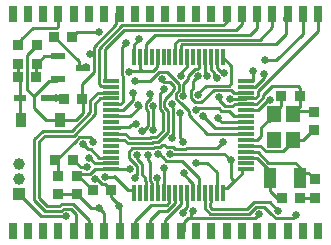
<source format=gtl>
G04*
G04 #@! TF.GenerationSoftware,Altium Limited,Altium Designer,20.0.2 (26)*
G04*
G04 Layer_Physical_Order=1*
G04 Layer_Color=255*
%FSLAX25Y25*%
%MOIN*%
G70*
G01*
G75*
%ADD11C,0.01000*%
%ADD26R,0.03347X0.03347*%
%ADD27R,0.03347X0.03347*%
%ADD28R,0.05118X0.02362*%
%ADD29R,0.04272X0.02165*%
%ADD30R,0.03583X0.04803*%
%ADD31R,0.03937X0.07087*%
%ADD32R,0.04724X0.05512*%
%ADD33R,0.05807X0.01181*%
%ADD34R,0.01181X0.05807*%
%ADD35C,0.03937*%
%ADD36R,0.03937X0.03937*%
%ADD37R,0.03150X0.05512*%
%ADD38C,0.02520*%
D11*
X27087Y28361D02*
X28164D01*
X25370Y30078D02*
X27087Y28361D01*
X29001Y62447D02*
X36556Y70002D01*
Y73728D01*
X58752Y20310D02*
X61199Y17863D01*
X37623Y0D02*
Y9527D01*
X34827Y12323D02*
X37623Y9527D01*
X50220Y13950D02*
Y18713D01*
X54943Y32005D02*
X55290Y32351D01*
X40655Y14709D02*
X42436D01*
X69182Y52418D02*
X69943Y51657D01*
X23492Y19772D02*
X23756D01*
X48847Y54496D02*
X50220Y55869D01*
X51642Y51689D02*
X52198D01*
X51642D02*
X52469Y50861D01*
X53478Y54110D02*
X55534Y52053D01*
X50723Y54110D02*
X53478D01*
X58198Y52690D02*
Y53396D01*
X60594Y52915D02*
X62716Y55037D01*
X60594Y51749D02*
Y52915D01*
X59175Y50330D02*
X60594Y51749D01*
X62194Y51178D02*
X63690Y52674D01*
X62194Y48737D02*
Y51178D01*
X47641Y51028D02*
X50723Y54110D01*
X55534Y52015D02*
Y52053D01*
X57894Y53700D02*
X58198Y53396D01*
X59158Y50330D02*
X59175D01*
X61275Y47818D02*
X62194Y48737D01*
X45257Y33746D02*
X45730Y34220D01*
X43521Y24988D02*
Y27042D01*
X64923Y43994D02*
X68962Y48032D01*
X62657Y43994D02*
X64923D01*
X69434Y35466D02*
X79791D01*
X66889Y33497D02*
X79791D01*
X60663Y39723D02*
X66889Y33497D01*
X60663Y39723D02*
Y41159D01*
X70893Y48036D02*
X74919D01*
X75678Y47277D01*
X66353Y49632D02*
X70227D01*
X63451Y46730D02*
X66353Y49632D01*
X74186Y49636D02*
X74860Y50310D01*
X70231Y49636D02*
X74186D01*
X70890Y48032D02*
X70893Y48036D01*
X68962Y48032D02*
X70890D01*
X70227Y49632D02*
X70231Y49636D01*
X70802Y44702D02*
Y45673D01*
X69942Y51922D02*
Y51996D01*
Y51922D02*
X69943Y51921D01*
X71800Y53850D02*
X72500D01*
X74860Y50310D02*
Y56145D01*
X69942Y51921D02*
X69943Y51921D01*
X66239Y52938D02*
X66822D01*
X64090Y55543D02*
Y59041D01*
X63584Y55037D02*
X64090Y55543D01*
X62716Y55037D02*
X63584D01*
X63256Y52674D02*
X63690D01*
X55534Y52015D02*
X57272Y50276D01*
X63635Y46354D02*
Y46546D01*
X61275Y45377D02*
X62657Y43994D01*
X63023Y41634D02*
Y41853D01*
X65350Y39550D02*
X69434Y35466D01*
X58099Y43722D02*
X60663Y41159D01*
X57650Y32246D02*
Y40450D01*
X55290Y32351D02*
Y42116D01*
X53690Y33986D02*
Y41287D01*
X52599Y42378D02*
X53690Y41287D01*
X50999Y41715D02*
X52050Y40665D01*
Y34613D02*
Y40665D01*
X68110Y54988D02*
X69182Y53915D01*
X68110Y54988D02*
Y58958D01*
X61275Y45377D02*
Y47818D01*
X58915Y46082D02*
Y50086D01*
X57272Y47777D02*
Y50276D01*
X56555Y47060D02*
X57272Y47777D01*
X56555Y45105D02*
Y47060D01*
Y45105D02*
X57937Y43722D01*
X54959Y42447D02*
Y43356D01*
X52599Y42378D02*
Y44333D01*
X50999Y41715D02*
Y44996D01*
X48639Y42800D02*
X48722D01*
X46279Y43778D02*
X47662Y45160D01*
X46279Y41823D02*
Y43778D01*
Y41823D02*
X46990Y41112D01*
Y36240D02*
Y41112D01*
X43919Y43198D02*
X44252D01*
X42146Y44762D02*
Y47213D01*
X41559Y44176D02*
X42146Y44762D01*
X41559Y44109D02*
Y44176D01*
X38821Y41371D02*
X41559Y44109D01*
X41153Y39403D02*
X44600Y42850D01*
X44252Y43198D02*
X44600Y42850D01*
X52682Y45089D02*
X54955Y47362D01*
Y47723D01*
X55672Y48439D01*
Y49479D01*
X54290Y50861D02*
X55672Y49479D01*
X52595Y48340D02*
Y48501D01*
X47875Y45648D02*
Y46847D01*
X75678Y47277D02*
X79791D01*
X70086Y55564D02*
X71800Y53850D01*
X70086Y55564D02*
Y58950D01*
X69942Y51921D02*
X69943Y51920D01*
X63023Y41853D02*
X63310Y42140D01*
X47875Y45648D02*
X48037Y45487D01*
X51082Y46827D02*
X52595Y48340D01*
X47710Y45160D02*
X48037Y45487D01*
X47662Y45160D02*
X47710D01*
X48722Y42800D02*
X48850Y42672D01*
X51082Y45752D02*
Y46827D01*
Y45079D02*
Y45752D01*
X50999Y44996D02*
X51082Y45079D01*
X52599Y44333D02*
X52682Y44416D01*
Y45089D01*
X57937Y43722D02*
X58099D01*
X58915Y50086D02*
X59158Y50330D01*
X54959Y42447D02*
X55290Y42116D01*
X48850Y34750D02*
Y42672D01*
X66141Y53035D02*
Y58957D01*
Y53035D02*
X66239Y52938D01*
X52469Y50861D02*
X54290D01*
X69182Y52418D02*
Y53915D01*
X60153Y55959D02*
Y59041D01*
X57894Y53700D02*
X60153Y55959D01*
X69943Y51657D02*
Y51920D01*
X43100Y36700D02*
Y36850D01*
X74400Y45218D02*
X79700D01*
X75378Y42858D02*
X75859Y43340D01*
X79791D01*
X63451Y46730D02*
X63635Y46546D01*
X70800Y44700D02*
X70802Y44702D01*
X63059Y52871D02*
X63256Y52674D01*
X89659Y5319D02*
X95319D01*
X88223Y6755D02*
X89659Y5319D01*
X88223Y6755D02*
Y6761D01*
X85735Y9250D02*
X88223Y6761D01*
X83215Y9250D02*
X85735D01*
X87623Y10850D02*
X90583Y7890D01*
X82553Y10850D02*
X87623D01*
X42572Y18955D02*
X43521Y19905D01*
X98758Y66904D02*
Y74803D01*
X89866Y58012D02*
X98758Y66904D01*
X86055Y58012D02*
X89866D01*
X103851Y67866D02*
Y74803D01*
X83794Y47809D02*
X103851Y67866D01*
X23492Y13445D02*
X28023Y8914D01*
X30784D01*
X30826Y8956D01*
X32530Y0D02*
Y7252D01*
X30826Y8956D02*
X32530Y7252D01*
X42572Y18955D02*
X42785D01*
X45121Y19956D02*
Y23388D01*
Y19956D02*
X46058Y19019D01*
X41364Y36325D02*
X43475D01*
X40783Y35744D02*
X41364Y36325D01*
X37855Y35744D02*
X40783D01*
X34609Y39403D02*
X41153D01*
X47185Y24933D02*
Y26583D01*
X46208Y28943D02*
X49093D01*
X45970Y28705D02*
X46208Y28943D01*
X44593Y28705D02*
X45970D01*
X46582Y30546D02*
X46630Y30594D01*
X45497Y30546D02*
X46582D01*
X45919Y32146D02*
X45968Y32194D01*
X41086Y32146D02*
X45919D01*
X45121Y33882D02*
X45257Y33746D01*
X52378Y19908D02*
X52596Y19690D01*
X52378Y19908D02*
Y22013D01*
X34700Y31619D02*
X39058D01*
X40277Y30400D01*
X41603D01*
X41742Y30539D01*
X45490D01*
X45497Y30546D01*
X42404Y28939D02*
X44359D01*
X42108Y28642D02*
X42404Y28939D01*
X44359D02*
X44593Y28705D01*
X43382Y26579D02*
Y27015D01*
X40940Y32000D02*
X41086Y32146D01*
X45350Y34600D02*
X45730Y34220D01*
X45350Y34600D02*
X46990Y36240D01*
X39443Y33497D02*
X40940Y32000D01*
X34609Y33497D02*
X39443D01*
X43521Y19905D02*
Y22726D01*
X46058Y17902D02*
Y19019D01*
X27740Y32438D02*
X28606Y31571D01*
X23033Y31295D02*
X24176Y32438D01*
X27740D01*
X16414Y24676D02*
X23033Y31295D01*
X16414Y24676D02*
X16943Y24147D01*
X28164Y28361D02*
X30902Y25623D01*
X28606Y30720D02*
Y31571D01*
X41100Y21686D02*
X41161Y21748D01*
X45968Y32194D02*
X46194D01*
X45216Y33977D02*
Y34554D01*
X41913Y28642D02*
X42108D01*
X40697Y25550D02*
X43521Y22726D01*
Y24988D02*
X45121Y23388D01*
X40697Y27426D02*
X41913Y28642D01*
X46194Y32194D02*
X47819D01*
X46194Y32194D02*
X46194Y32194D01*
X43100Y36700D02*
X43475Y36325D01*
X40697Y25550D02*
Y27426D01*
X32653Y19236D02*
X35710D01*
X51667Y29701D02*
X52787D01*
X51059Y29093D02*
X51667Y29701D01*
X49243Y29093D02*
X51059D01*
X49093Y28943D02*
X49243Y29093D01*
X52787Y29701D02*
X53206Y29282D01*
X52595Y17734D02*
X52596Y17735D01*
X52595Y17682D02*
Y17734D01*
X52378Y17466D02*
X52595Y17682D01*
X52378Y16851D02*
Y17466D01*
X46058Y17902D02*
X46275Y17685D01*
Y17020D02*
Y17685D01*
Y17020D02*
X46276Y17018D01*
Y13956D02*
Y17018D01*
X47658Y18565D02*
X47875Y18348D01*
Y17682D02*
Y18348D01*
Y17682D02*
X48342Y17216D01*
Y13859D02*
Y17216D01*
X46856Y30594D02*
X48481D01*
X46856Y30594D02*
X46856Y30594D01*
X46630Y30594D02*
X46856D01*
X45121Y33882D02*
X45216Y33977D01*
X47819Y32194D02*
X48015Y32390D01*
X48481Y30594D02*
X48677Y30790D01*
X43382Y27015D02*
X43409Y27042D01*
X43521D01*
X59886Y28799D02*
X70138D01*
X59627Y28540D02*
X59886Y28799D01*
X56087Y28540D02*
X59627D01*
X55345Y29282D02*
X56087Y28540D01*
X53206Y29282D02*
X55345D01*
X70138Y28799D02*
X72173Y30835D01*
X48677Y30790D02*
X50494D01*
X53690Y33986D01*
X54943Y32005D02*
X55046D01*
X49828Y32390D02*
X52050Y34613D01*
X50566Y26733D02*
X50913D01*
X50931Y26750D01*
X47185Y24933D02*
X47813Y24305D01*
X46276Y13956D02*
X46373Y13859D01*
X52596Y17735D02*
Y19690D01*
X47813Y20675D02*
Y24305D01*
X47658Y20520D02*
X47813Y20675D01*
X71640Y37434D02*
X79791D01*
X70555Y38519D02*
X71640Y37434D01*
X63310Y42140D02*
X70709D01*
X71599Y41250D01*
X74137D01*
X70555Y38519D02*
Y38957D01*
X29533Y18477D02*
X30075D01*
X27722Y20002D02*
X29405Y21686D01*
X23723Y20002D02*
X27722D01*
X23492Y19772D02*
X23723Y20002D01*
X23756Y19772D02*
X28591Y14937D01*
X24650Y22362D02*
X26744D01*
X30075Y18477D02*
X31676Y16876D01*
X22063Y24949D02*
X24650Y22362D01*
X27941Y15709D02*
X28724Y14925D01*
X29405Y21686D02*
X34609D01*
X30902Y25623D02*
X34609D01*
X29456Y23655D02*
X34609D01*
X27541Y25571D02*
X29456Y23655D01*
X32876Y16876D02*
X34827Y14925D01*
X31676Y16876D02*
X32876D01*
X16943Y19547D02*
Y24147D01*
X34827Y12323D02*
Y14925D01*
X21711Y34498D02*
X27924Y40712D01*
X29524Y40049D02*
Y43624D01*
X22370Y32895D02*
X29524Y40049D01*
X11939Y34498D02*
X21711D01*
X22370Y32895D02*
Y32898D01*
X12602D02*
X22370D01*
X10757Y31054D02*
X12602Y32898D01*
X10757Y12231D02*
Y31054D01*
X9157Y31716D02*
X11939Y34498D01*
X9157Y11516D02*
Y31716D01*
X16943Y13445D02*
X23492D01*
X21983Y10133D02*
X27436Y4680D01*
X18277Y10133D02*
X21983D01*
X17551Y9407D02*
X18277Y10133D01*
X13581Y9407D02*
X17551D01*
X10757Y12231D02*
X13581Y9407D01*
X21320Y8533D02*
X23098Y6755D01*
X18940Y8533D02*
X21320D01*
X18214Y7807D02*
X18940Y8533D01*
X12866Y7807D02*
X18214D01*
X9157Y11516D02*
X12866Y7807D01*
X4189Y13354D02*
X11370Y6173D01*
X19917D01*
X27924Y40712D02*
Y44924D01*
X35710Y19236D02*
X35860Y19386D01*
X40596Y14650D01*
X96632Y41263D02*
X102400D01*
X29001Y60248D02*
Y62447D01*
Y54078D02*
Y60248D01*
X13173Y38000D02*
X17737D01*
X96949Y49394D02*
X97602Y48740D01*
X88344Y49394D02*
X96949D01*
X85394Y46444D02*
X88344Y49394D01*
X97602Y46100D02*
Y48740D01*
X77309Y71366D02*
Y75878D01*
X78384Y70041D02*
Y72441D01*
X76509Y68166D02*
X78384Y70041D01*
X39246Y68166D02*
X76509D01*
X32752Y61673D02*
X39246Y68166D01*
X38583Y69766D02*
X72116D01*
X30601Y61784D02*
X38583Y69766D01*
X72116D02*
X73290Y70940D01*
X83477Y68954D02*
Y74803D01*
X81090Y66566D02*
X83477Y68954D01*
X49516Y66566D02*
X81090D01*
X93127Y66706D02*
Y71904D01*
X89788Y63366D02*
X93127Y66706D01*
X58466Y63366D02*
X89788D01*
X88571Y69146D02*
Y72441D01*
X84391Y64966D02*
X88571Y69146D01*
X57266Y64966D02*
X84391D01*
X27847Y60248D02*
X29001D01*
X30601Y50172D02*
Y61784D01*
X38294Y62394D02*
X39850Y63950D01*
X38294Y53058D02*
Y62394D01*
Y53058D02*
X38642Y52710D01*
Y44291D02*
Y52710D01*
X41486Y54496D02*
X44991D01*
X59075Y1075D02*
Y4052D01*
X60335Y5312D02*
X61496D01*
X59075Y4052D02*
X60335Y5312D01*
X52906Y4818D02*
X58139Y10052D01*
X58766Y7080D02*
Y7706D01*
X60153Y9093D02*
Y13859D01*
X58766Y7706D02*
X60153Y9093D01*
X23098Y756D02*
Y6755D01*
X22343Y0D02*
X23098Y756D01*
X27436Y2362D02*
Y4680D01*
X42803Y51028D02*
X47641D01*
X44991Y54496D02*
X48847D01*
X37691Y43340D02*
X38642Y44291D01*
X32752Y51342D02*
X32807Y51287D01*
X31438Y49336D02*
X34519D01*
X30601Y50172D02*
X31438Y49336D01*
X32752Y51342D02*
Y61673D01*
X36556Y73728D02*
X37630Y74803D01*
X25151Y45200D02*
Y50228D01*
X29001Y54078D01*
X15799Y65900D02*
X23963Y57736D01*
X52906Y0D02*
Y4818D01*
X69995Y13859D02*
Y20753D01*
X66839Y23910D02*
X69995Y20753D01*
X62933Y23910D02*
X66839D01*
X54368Y26922D02*
X72357D01*
X74630Y24650D01*
X64090Y13859D02*
Y18871D01*
X53117Y24562D02*
X58399D01*
X64090Y18871D01*
X58752Y20310D02*
X59033Y20590D01*
X62121Y13859D02*
Y16941D01*
X61199Y17863D02*
X62121Y16941D01*
X51979Y25700D02*
X53117Y24562D01*
X61496Y5312D02*
X82615D01*
X61496D02*
Y7098D01*
X62252Y7854D01*
X90583Y7732D02*
Y7890D01*
X95319Y5319D02*
X96550Y6550D01*
X50931Y26750D02*
X51979Y25702D01*
X48015Y32390D02*
X49828D01*
X57650Y32246D02*
X58650Y31246D01*
X47658Y18565D02*
Y20520D01*
X69943Y51657D02*
X70246Y51354D01*
X51979Y25700D02*
Y25702D01*
X34609Y21686D02*
X41100D01*
X21901Y65900D02*
X23592Y67590D01*
X30807D01*
X50220Y55869D02*
Y58950D01*
X42436Y59041D02*
Y63227D01*
X44193Y64984D01*
X44405Y55082D02*
Y59041D01*
Y55082D02*
X44991Y54496D01*
X50220Y58950D02*
X50310Y59041D01*
X6878Y48094D02*
X8949Y46024D01*
X6878Y59854D02*
X10075Y63052D01*
X6878Y48094D02*
Y59854D01*
X8949Y42224D02*
Y46024D01*
Y42224D02*
X13173Y38000D01*
X16319Y51219D02*
X17000Y51900D01*
X14144Y51219D02*
X16319D01*
X8949Y46024D02*
X14144Y51219D01*
X74630Y18820D02*
Y24650D01*
Y18820D02*
X75677Y17773D01*
X75894Y39493D02*
X79700D01*
X74137Y41250D02*
X75894Y39493D01*
X80215Y8512D02*
X82553Y10850D01*
X68542Y8512D02*
X80215D01*
X67749Y9305D02*
X68542Y8512D01*
X67749Y9305D02*
Y10500D01*
X68130Y10882D01*
X80878Y6912D02*
X83215Y9250D01*
X67879Y6912D02*
X80878D01*
X66149Y8643D02*
X67879Y6912D01*
X66149Y8643D02*
Y13769D01*
X82615Y5312D02*
X84193Y6890D01*
X68130Y10882D02*
Y13756D01*
X68027Y13859D02*
X68130Y13756D01*
X56193Y10461D02*
X56216D01*
X53540Y7808D02*
X56193Y10461D01*
X50708Y7808D02*
X53540D01*
X54247Y10778D02*
Y13859D01*
X53325Y9856D02*
X54247Y10778D01*
X48156Y9856D02*
X53325D01*
X47811Y4911D02*
X50708Y7808D01*
X58000Y0D02*
X59075Y1075D01*
X56216Y10461D02*
Y13859D01*
X95550Y40574D02*
X97602Y42627D01*
X71964Y59041D02*
X74860Y56145D01*
X70800Y44700D02*
X72642Y42858D01*
X75378D01*
X75877Y17773D02*
X78286Y20181D01*
X73469Y15364D02*
X75877Y17773D01*
X75677D02*
X75877D01*
X79881Y49155D02*
X82877D01*
X79791Y49245D02*
X79881Y49155D01*
X82877D02*
X85850Y52127D01*
X79791Y45308D02*
X79836Y45353D01*
X82917D01*
X79836Y43385D02*
X79881Y43430D01*
X79791Y43340D02*
X79836Y43385D01*
X83211D01*
X82917Y45353D02*
X83794Y46231D01*
Y47809D01*
X87300Y44900D02*
X87800D01*
X86437Y44037D02*
X87300Y44900D01*
X85394Y45568D02*
Y46444D01*
X83211Y43385D02*
X85394Y45568D01*
X86433Y44037D02*
X86437D01*
X85788Y43392D02*
X86433Y44037D01*
X85788Y43388D02*
Y43392D01*
X83862Y41462D02*
X85788Y43388D01*
X79881Y41462D02*
X83862D01*
X85850Y52127D02*
Y53350D01*
X82050Y51449D02*
X82194Y51304D01*
X82050Y51449D02*
Y54450D01*
X79700Y45218D02*
X79791Y45308D01*
X68027Y59041D02*
X68110Y58958D01*
X69995Y59041D02*
X70086Y58950D01*
X71964Y13859D02*
Y15274D01*
X72054Y15364D01*
X73469D01*
X78286Y20181D02*
Y21596D01*
X78376Y21686D01*
X79791D01*
X16513Y45200D02*
X19049D01*
X16431Y45118D02*
X16513Y45200D01*
X13446Y45450D02*
X16431D01*
X13338Y45343D02*
X13446Y45450D01*
X16431Y45118D02*
Y45450D01*
X58650Y30900D02*
Y31246D01*
X37487Y35375D02*
X37855Y35744D01*
X87779Y18900D02*
Y21100D01*
Y14521D02*
Y18900D01*
X90150Y12150D02*
X91850D01*
X87779Y14521D02*
X90150Y12150D01*
X34609Y41371D02*
X38821D01*
X52188Y16661D02*
X52378Y16851D01*
X52188Y13950D02*
X52279Y13859D01*
X52188Y13950D02*
Y16661D01*
X50220Y13950D02*
X50310Y13859D01*
X58139Y10052D02*
Y13814D01*
X47811Y0D02*
Y4911D01*
X58139Y13814D02*
X58184Y13859D01*
X58094Y13769D02*
X58139Y13814D01*
X42717Y4417D02*
X48156Y9856D01*
X42717Y0D02*
Y4417D01*
X91500Y42824D02*
Y46100D01*
X89250Y40574D02*
X91500Y42824D01*
X79791Y41371D02*
X79881Y41462D01*
X66058Y13859D02*
X66149Y13769D01*
X34609Y43340D02*
X37691D01*
X46373Y63423D02*
X49516Y66566D01*
X46373Y59041D02*
Y63423D01*
X40596Y14650D02*
X40655Y14709D01*
X42436Y13859D02*
Y14709D01*
X24644Y55640D02*
X25268D01*
X84750Y35680D02*
X86994Y37925D01*
X84750Y32750D02*
Y35680D01*
X30277Y47277D02*
X34609D01*
X27924Y44924D02*
X30277Y47277D01*
X31208Y45308D02*
X34609D01*
X29524Y43624D02*
X31208Y45308D01*
X66058Y59041D02*
X66141Y58957D01*
X34609Y31529D02*
X34700Y31619D01*
X23963Y56321D02*
X24644Y55640D01*
X23963Y56321D02*
Y57736D01*
X25151Y45200D02*
X25450Y44901D01*
Y40500D02*
Y44901D01*
X17737Y38000D02*
X22950D01*
X25450Y40500D01*
X4362Y38501D02*
Y45343D01*
Y38501D02*
X4863Y38000D01*
X10075Y56949D02*
X12506Y59380D01*
X17000D01*
X9901Y52400D02*
Y56775D01*
X10075Y56949D01*
X3799Y52400D02*
X4362Y51837D01*
Y45343D02*
Y51837D01*
X3675Y52524D02*
Y56949D01*
Y52524D02*
X3799Y52400D01*
X8650Y68850D02*
X16666D01*
X17252Y69436D02*
Y74803D01*
X16666Y68850D02*
X17252Y69436D01*
X4848Y65048D02*
X8650Y68850D01*
X3675Y63052D02*
X4848Y64225D01*
Y65048D01*
X26361Y1287D02*
X27436Y2362D01*
X26361Y1287D02*
X26361Y3437D01*
X27436Y2362D01*
Y0D02*
Y2362D01*
X100550Y20552D02*
X102750Y18352D01*
X83438Y31438D02*
X84750Y32750D01*
X79881Y31438D02*
X83438D01*
X95550Y31126D02*
Y31519D01*
X92087Y27663D02*
X95550Y31126D01*
X86433Y27663D02*
X92087D01*
X84536Y29560D02*
X86433Y27663D01*
X79791Y29560D02*
X84536D01*
X87225Y23917D02*
X96153D01*
X83828Y27314D02*
X87225Y23917D01*
X80069Y27314D02*
X83828D01*
X82780Y25400D02*
X83479D01*
X79791Y27592D02*
X80069Y27314D01*
X79791Y31529D02*
X79881Y31438D01*
X89250Y39787D02*
Y40181D01*
X87388Y37925D02*
X89250Y39787D01*
X86994Y37925D02*
X87388D01*
X89250Y40181D02*
Y40574D01*
X97602Y42627D02*
Y46100D01*
X95550Y40181D02*
Y40574D01*
Y40181D02*
X96632Y41263D01*
X95550Y31519D02*
X95617Y31587D01*
X98826D01*
X102400Y35161D01*
X79791Y25623D02*
X79881Y25533D01*
X82647D01*
X82780Y25400D01*
X83479D02*
X87779Y21100D01*
X97621D02*
Y22448D01*
X96153Y23917D02*
X97621Y22448D01*
X97917Y12250D02*
X102750D01*
X98169Y20552D02*
X100550D01*
X97621Y21100D02*
X98169Y20552D01*
X73290Y70940D02*
Y74803D01*
X78384Y72441D02*
Y74803D01*
X77309Y75878D02*
X78384Y74803D01*
X87496Y73516D02*
X88571Y72441D01*
X87496Y71366D02*
X87496Y73516D01*
X92590Y72441D02*
X93127Y71904D01*
X93664Y72441D01*
X92590Y71366D02*
X93127Y71904D01*
X92590Y72441D02*
X92590Y71366D01*
X79791Y51214D02*
X82104D01*
X82194Y51304D01*
X34609Y35466D02*
X34700Y35375D01*
X37487D01*
X34519Y49336D02*
X34609Y49245D01*
X58184Y63084D02*
X58466Y63366D01*
X56216Y63916D02*
X57266Y64966D01*
X77309Y71366D02*
X78384Y72441D01*
X56216Y59041D02*
Y63916D01*
X88571Y72441D02*
Y74803D01*
X87496Y71366D02*
X88571Y72441D01*
X58184Y59041D02*
Y63084D01*
X93664Y72441D02*
Y74803D01*
D26*
X16943Y19547D02*
D03*
Y13445D02*
D03*
X23492Y19547D02*
D03*
Y13445D02*
D03*
X102300Y40801D02*
D03*
Y34699D02*
D03*
X102750Y12250D02*
D03*
Y18352D02*
D03*
X3675Y63052D02*
D03*
Y56949D02*
D03*
X10075D02*
D03*
Y63052D02*
D03*
D27*
X15961Y24949D02*
D03*
X22063D02*
D03*
X28724Y14925D02*
D03*
X34827D02*
D03*
X97602Y46100D02*
D03*
X91500D02*
D03*
X97917Y12250D02*
D03*
X91814D02*
D03*
X15799Y65900D02*
D03*
X21901D02*
D03*
X9901Y52400D02*
D03*
X3799D02*
D03*
X25151Y45200D02*
D03*
X19049D02*
D03*
D28*
X17000Y59380D02*
D03*
Y51900D02*
D03*
X25268Y55640D02*
D03*
D29*
X13338Y45343D02*
D03*
X4362D02*
D03*
D30*
X4863Y38000D02*
D03*
X17737D02*
D03*
D31*
X87779Y18900D02*
D03*
X97621D02*
D03*
D32*
X95550Y31519D02*
D03*
Y40181D02*
D03*
X89250D02*
D03*
Y31519D02*
D03*
D33*
X79791Y21686D02*
D03*
Y23655D02*
D03*
Y25623D02*
D03*
Y27592D02*
D03*
Y29560D02*
D03*
Y31529D02*
D03*
Y33497D02*
D03*
Y35466D02*
D03*
Y37434D02*
D03*
Y39403D02*
D03*
Y41371D02*
D03*
Y43340D02*
D03*
Y45308D02*
D03*
Y47277D02*
D03*
Y49245D02*
D03*
Y51214D02*
D03*
X34609D02*
D03*
Y49245D02*
D03*
Y47277D02*
D03*
Y45308D02*
D03*
Y43340D02*
D03*
Y41371D02*
D03*
Y39403D02*
D03*
Y37434D02*
D03*
Y35466D02*
D03*
Y33497D02*
D03*
Y31529D02*
D03*
Y29560D02*
D03*
Y27592D02*
D03*
Y25623D02*
D03*
Y23655D02*
D03*
Y21686D02*
D03*
D34*
X71964Y59041D02*
D03*
X69995D02*
D03*
X68027D02*
D03*
X66058D02*
D03*
X64090D02*
D03*
X62121D02*
D03*
X60153D02*
D03*
X58184D02*
D03*
X56216D02*
D03*
X54247D02*
D03*
X52279D02*
D03*
X50310D02*
D03*
X48342D02*
D03*
X46373D02*
D03*
X44405D02*
D03*
X42436D02*
D03*
Y13859D02*
D03*
X44405D02*
D03*
X46373D02*
D03*
X48342D02*
D03*
X50310D02*
D03*
X52279D02*
D03*
X54247D02*
D03*
X56216D02*
D03*
X58184D02*
D03*
X60153D02*
D03*
X62121D02*
D03*
X64090D02*
D03*
X66058D02*
D03*
X68027D02*
D03*
X69995D02*
D03*
X71964D02*
D03*
D35*
X4189Y23354D02*
D03*
Y18354D02*
D03*
D36*
Y13354D02*
D03*
D37*
X98757Y1181D02*
D03*
X93662D02*
D03*
X103851D02*
D03*
X88568D02*
D03*
X58000D02*
D03*
X63095D02*
D03*
X68189D02*
D03*
X73284D02*
D03*
X78378D02*
D03*
X83473D02*
D03*
X52906D02*
D03*
X47811D02*
D03*
X42717D02*
D03*
X12156D02*
D03*
X17249D02*
D03*
X22343D02*
D03*
X27436D02*
D03*
X32530D02*
D03*
X37623D02*
D03*
X7062D02*
D03*
X1969D02*
D03*
X7063Y73622D02*
D03*
X12158D02*
D03*
X1969D02*
D03*
X17252D02*
D03*
X47820D02*
D03*
X42725D02*
D03*
X37630D02*
D03*
X32536D02*
D03*
X27441D02*
D03*
X22347D02*
D03*
X52914D02*
D03*
X58009D02*
D03*
X63103D02*
D03*
X93664D02*
D03*
X88571D02*
D03*
X83477D02*
D03*
X78384D02*
D03*
X73290D02*
D03*
X68197D02*
D03*
X98758D02*
D03*
X103851D02*
D03*
D38*
X51642Y51689D02*
D03*
X58198Y52690D02*
D03*
X70802Y45673D02*
D03*
X69942Y51996D02*
D03*
X72500Y53850D02*
D03*
X66822Y52938D02*
D03*
X63690Y52674D02*
D03*
X63635Y46354D02*
D03*
X63023Y41634D02*
D03*
X65350Y39550D02*
D03*
X57650Y40450D02*
D03*
X58915Y46082D02*
D03*
X54959Y43356D02*
D03*
X48639Y42800D02*
D03*
X43919Y43198D02*
D03*
X52595Y48501D02*
D03*
X47875Y46847D02*
D03*
X43100Y36850D02*
D03*
X74400Y45218D02*
D03*
X30784Y8914D02*
D03*
X37378Y9409D02*
D03*
X42785Y18955D02*
D03*
X47185Y26583D02*
D03*
X52378Y22013D02*
D03*
X43382Y26579D02*
D03*
X28606Y30720D02*
D03*
X25370Y30078D02*
D03*
X41161Y21748D02*
D03*
X45216Y34554D02*
D03*
X32653Y19236D02*
D03*
X50235Y18660D02*
D03*
X72173Y30835D02*
D03*
X86055Y58012D02*
D03*
X55046Y32005D02*
D03*
X50566Y26733D02*
D03*
X48850Y34750D02*
D03*
X70555Y38957D02*
D03*
X29533Y18477D02*
D03*
X26744Y22362D02*
D03*
X19917Y6173D02*
D03*
X27541Y25571D02*
D03*
X27847Y60248D02*
D03*
X40653Y54035D02*
D03*
X58766Y7080D02*
D03*
X42803Y51028D02*
D03*
X42146Y47213D02*
D03*
X26550Y55700D02*
D03*
X62933Y23910D02*
D03*
X54368Y26922D02*
D03*
X59033Y20590D02*
D03*
X62252Y7854D02*
D03*
X90583Y7732D02*
D03*
X30807Y67590D02*
D03*
X44193Y64984D02*
D03*
X17658Y37850D02*
D03*
X74630Y24650D02*
D03*
X84193Y6890D02*
D03*
X89339Y31559D02*
D03*
X95492Y39795D02*
D03*
X97858Y12055D02*
D03*
X87800Y44900D02*
D03*
X85850Y53350D02*
D03*
X82050Y54450D02*
D03*
X16431Y45450D02*
D03*
X58650Y30900D02*
D03*
X39850Y63950D02*
D03*
X96550Y6550D02*
D03*
M02*

</source>
